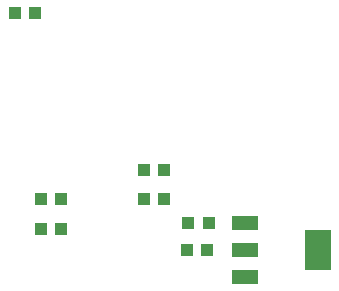
<source format=gbp>
G04 EAGLE Gerber RS-274X export*
G75*
%MOMM*%
%FSLAX34Y34*%
%LPD*%
%INSolderpaste Bottom*%
%IPPOS*%
%AMOC8*
5,1,8,0,0,1.08239X$1,22.5*%
G01*
%ADD10R,1.100000X1.000000*%
%ADD11R,2.200000X1.200000*%
%ADD12R,2.200000X3.500000*%


D10*
X105800Y122174D03*
X122800Y122174D03*
X105800Y147447D03*
X122800Y147447D03*
X230895Y127127D03*
X247895Y127127D03*
X229625Y104521D03*
X246625Y104521D03*
X193430Y147066D03*
X210430Y147066D03*
X193176Y172085D03*
X210176Y172085D03*
D11*
X278626Y81394D03*
X278626Y104394D03*
X278626Y127394D03*
D12*
X340626Y104394D03*
D10*
X83702Y304800D03*
X100702Y304800D03*
M02*

</source>
